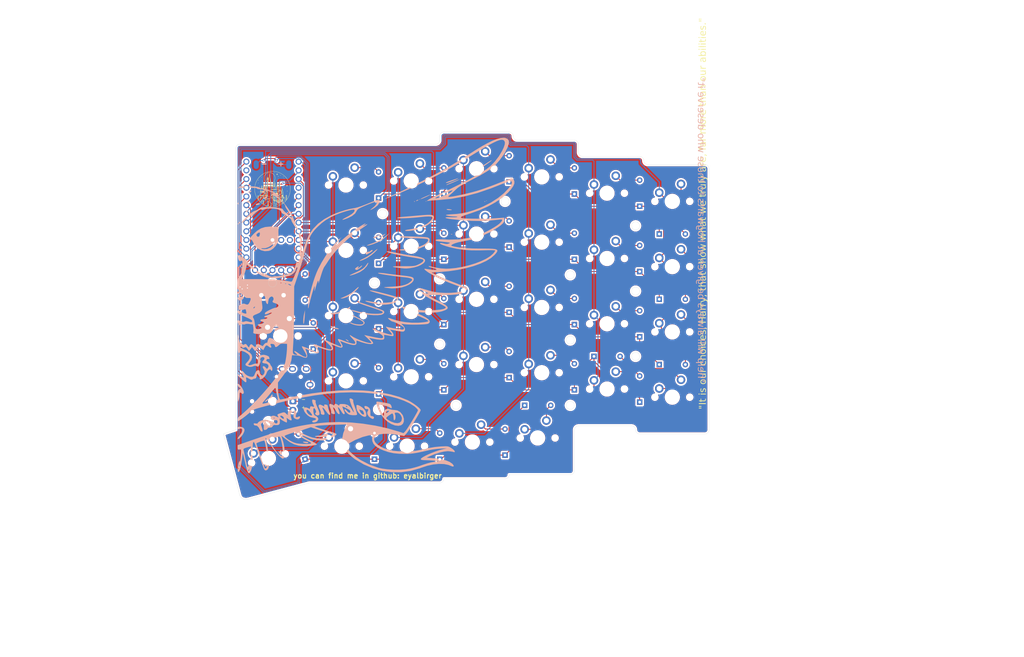
<source format=kicad_pcb>
(kicad_pcb (version 20241229) (generator "pcbnew") (generator_version "9.0")
  (layers (0 "F.Cu" signal) (2 "B.Cu" signal) (13 "F.Paste" user) (15 "B.Paste" user) (5 "F.SilkS" user "F.Silkscreen") (7 "B.SilkS" user "B.Silkscreen") (1 "F.Mask" user) (3 "B.Mask" user) (25 "Edge.Cuts" user))
  (net 0 "")
  (net 1 "column 0.")
  (net 2 "Net-(D7-A)")
  (net 3 "Net-(D8-A)")
  (net 4 "row 0")
  (net 5 "row 1")
  (net 6 "row 2")
  (net 7 "Net-(D10-A)")
  (net 8 "Net-(D9-A)")
  (net 9 "Net-(D13-A)")
  (net 10 "Net-(D11-A)")
  (net 11 "Net-(D27-A)")
  (net 12 "column 5")
  (net 13 "row 4")
  (net 14 "column 4")
  (net 15 "row 3")
  (net 16 "Net-(D24-A)")
  (net 17 "Net-(D19-A)")
  (net 18 "Net-(D12-A)")
  (net 19 "column 0")
  (net 20 "Net-(D1-A)")
  (net 21 "column 3")
  (net 22 "Net-(D4-A)")
  (net 23 "Net-(D21-A)")
  (net 24 "Net-(D18-A)")
  (net 25 "Net-(D2-A)")
  (net 26 "Net-(D22-A)")
  (net 27 "Net-(D23-A)")
  (net 28 "Net-(D6-A)")
  (net 29 "Net-(D20-A)")
  (net 30 "Net-(D29-A)")
  (net 31 "Net-(D3-A)")
  (net 32 "Net-(D26-A)")
  (net 33 "Net-(D5-A)")
  (net 34 "Net-(D25-A)")
  (net 35 "Net-(D15-A)")
  (net 36 "Net-(D14-A)")
  (net 37 "Net-(D16-A)")
  (net 38 "Net-(D17-A)")
  (net 39 "Net-(D28-A)")
  (net 40 "vcc")
  (net 41 "cs")
  (net 42 "mosi")
  (net 43 "gnd")
  (net 44 "+")
  (net 45 "column 2")
  (net 46 "column 1")
  (net 47 "b+")
  (net 48 "19")
  (net 49 "rst")
  (net 50 "20")
  (net 51 "-")
  (net 52 "Net-(D59-A)")
  (net 53 "sck")
  (net 54 "column -1")
  (footprint "ScottoKeebs_MX:MX_PCB_1.00u" (layer "F.Cu") (at 110.475 84.95625)
    (property "Reference" "S7" (hide yes))
    (property "Value" "Keyswitch" (hide yes))
  )
  (footprint "ScottoKeebs_MX:MX_PCB_1.00u" (layer "F.Cu") (at 205.725 89.71875)
    (property "Reference" "S12" (hide yes))
    (property "Value" "Keyswitch" (hide yes))
  )
  (footprint "ScottoKeebs_MX:MX_PCB_1.00u" (layer "F.Cu") (at 205.725 70.66875)
    (property "Reference" "S6" (hide yes))
    (property "Value" "Keyswitch" (hide yes))
  )
  (footprint "ScottoKeebs_Components:Button_MJTP1243" (layer "F.Cu") (at 85.79375 98.053125)
    (property "Reference" "SW2" (hide yes))
    (property "Value" "Switch")
  )
  (footprint "ScottoKeebs_MX:MX_PCB_1.00u" (layer "F.Cu") (at 205.725 127.81875)
    (property "Reference" "S24" (hide yes))
    (property "Value" "Keyswitch" (hide yes))
  )
  (footprint "ScottoKeebs_MX:MX_PCB_1.00u" (layer "F.Cu") (at 167.625 120.675)
    (property "Reference" "S22" (hide yes))
    (property "Value" "Keyswitch" (hide yes))
  )
  (footprint "logoo:hogwarts" (layer "F.Cu") (at 89.04375 67.096875)
    (property "Reference" "G***" (hide yes))
    (property "Value" "LOGO" (hide yes))
  )
  (footprint "ScottoKeebs_MX:MX_PCB_1.00u" (layer "F.Cu") (at 167.625 82.575)
    (property "Reference" "S10" (hide yes))
    (property "Value" "Keyswitch" (hide yes))
  )
  (footprint "ScottoKeebs_MX:MX_PCB_1.00u" (layer "F.Cu") (at 148.575 118.29375)
    (property "Reference" "S21" (hide yes))
    (property "Value" "Keyswitch" (hide yes))
  )
  (footprint "Resistor_THT:R_Axial_DIN0207_L6.3mm_D2.5mm_P7.62mm_Horizontal" (layer "F.Cu") (at 98.56875 99.481875 90)
    (property "Reference" "R1" (hide yes))
    (property "Value" "Resistor")
  )
  (footprint "ScottoKeebs_MX:MX_PCB_1.00u" (layer "F.Cu") (at 166.434375 139.725)
    (property "Reference" "S26" (hide yes))
    (property "Value" "Keyswitch" (hide yes))
  )
  (footprint "nice view:nice_view" (layer "F.Cu") (at 89.04375 74.240625)
    (property "Reference" "Display1")
    (property "Value" "nice!view" (hide yes))
  )
  (footprint "ScottoKeebs_MX:MX_PCB_1.00u" (layer "F.Cu") (at 129.525 83.765625)
    (property "Reference" "S8" (hide yes))
    (property "Value" "Keyswitch" (hide yes))
  )
  (footprint "ScottoKeebs_MX:MX_PCB_1.00u" (layer "F.Cu") (at 186.675 106.3875)
    (property "Reference" "S17" (hide yes))
    (property "Value" "Keyswitch" (hide yes))
  )
  (footprint "ScottoKeebs_Components:TRRS_PJ-320A" (layer "F.Cu") (at 88.69375 121.865625 90)
    (property "Reference" "U3")
    (property "Value" "TRRS")
  )
  (footprint "ScottoKeebs_MX:MX_PCB_1.00u" (layer "F.Cu") (at 87.853125 145.678125 15)
    (property "Reference" "S29" (hide yes))
    (property "Value" "Keyswitch")
  )
  (footprint "ScottoKeebs_MX:MX_PCB_1.00u" (layer "F.Cu") (at 186.675 68.2875)
    (property "Reference" "S5" (hide yes))
    (property "Value" "Keyswitch" (hide yes))
  )
  (footprint "ScottoKeebs_MX:MX_PCB_1.00u" (layer "F.Cu") (at 186.675 125.4375)
    (property "Reference" "S23" (hide yes))
    (property "Value" "Keyswitch" (hide yes))
  )
  (footprint "ScottoKeebs_MX:MX_PCB_1.00u" (layer "F.Cu") (at 129.525 121.865625)
    (property "Reference" "S20" (hide yes))
    (property "Value" "Keyswitch" (hide yes))
  )
  (footprint "ScottoKeebs_MX:MX_PCB_1.00u" (layer "F.Cu") (at 129.525 64.715625)
    (property "Reference" "S2" (hide yes))
    (property "Value" "Keyswitch" (hide yes))
  )
  (footprint "ScottoKeebs_MX:MX_PCB_1.00u" (layer "F.Cu") (at 110.475 123.05625)
    (property "Reference" "S19" (hide yes))
    (property "Value" "Keyswitch" (hide yes))
  )
  (footprint "ScottoKeebs_MX:MX_PCB_1.00u" (layer "F.Cu") (at 148.575 80.19375)
    (property "Reference" "S9" (hide yes))
    (property "Value" "Keyswitch" (hide yes))
  )
  (footprint "ScottoKeebs_MCU:Nice_Nano_V2_Flipped" (layer "F.Cu") (at 89.04375 73.05)
    (property "Reference" "U2" (hide yes))
    (property "Value" "Nice_Nano_V2" (hide yes))
  )
  (footprint "ScottoKeebs_MX:MX_PCB_1.00u" (layer "F.Cu") (at 147.384375 140.915625)
    (property "Reference" "S27" (hide yes))
    (property "Value" "Keyswitch" (hide yes))
  )
  (footprint "ScottoKeebs_MX:MX_PCB_1.00u" (layer "F.Cu") (at 205.725 108.76875)
    (property "Reference" "S18" (hide yes))
    (property "Value" "Keyswitch" (hide yes))
  )
  (footprint "ScottoKeebs_MX:MX_PCB_1.00u" (layer "F.Cu") (at 110.475 65.90625)
    (property "Reference" "S1" (hide yes))
    (property "Value" "Keyswitch" (hide yes))
  )
  (footprint "ScottoKeebs_MX:MX_PCB_1.00u" (layer "F.Cu") (at 148.575 99.24375)
    (property "Reference" "S15" (hide yes))
    (property "Value" "Keyswitch" (hide yes))
  )
  (footprint "ScottoKeebs_MX:MX_PCB_1.00u" (layer "F.Cu") (at 91.425 109.959375)
    (property "Reference" "S25" (hide yes))
    (property "Value" "Keyswitch" (hide yes))
  )
  (footprint "ScottoKeebs_Components:Switch_MSK12C02" (layer "F.Cu") (at 83.090625 130.509375 90)
    (property "Reference" "SW1" (hide yes))
    (property "Value" "Switch")
  )
  (footprint "MountingHole:MountingHole_2.2mm_M2" (layer "F.Cu") (at 89.04375 129.009375)
    (property "Reference" "H6" (hide yes))
    (property "Value" "MountingHole")
  )
  (footprint "ScottoKeebs_MX:MX_PCB_1.00u" (layer "F.Cu") (at 129.525 102.815625)
    (property "Reference" "S14" (hide yes))
    (property "Value" "Keyswitch" (hide yes))
  )
  (footprint "ScottoKeebs_MX:MX_PCB_1.00u" (layer "F.Cu") (at 167.625 63.525)
    (property "Reference" "S4" (hide yes))
    (property "Value" "Keyswitch" (hide yes))
  )
  (footprint "ScottoKeebs_MX:MX_PCB_1.00u" (layer "F.Cu") (at 167.625 101.625)
    (property "Reference" "S16" (hide yes))
    (property "Value" "Keyswitch" (hide yes))
  )
  (footprint "ScottoKeebs_MX:MX_PCB_1.00u" (layer "F.Cu") (at 128.334375 142.10625)
    (property "Reference" "S28" (hide yes))
    (property "Value" "Keyswitch" (hide yes))
  )
  (footprint "ScottoKeebs_MX:MX_PCB_1.00u" (layer "F.Cu") (at 148.575 61.14375)
    (property "Reference" "S3" (hide yes))
    (property "Value" "Keyswitch" (hide yes))
  )
  (footprint "logoo:hedwig leftttt" (layer "F.Cu") (at 116.428125 99.24375)
    (property "Reference" "G***" (hide yes))
    (property "Value" "LOGO" (hide yes))
  )
  (footprint "ScottoKeebs_MX:MX_PCB_1.00u" (layer "F.Cu") (at 186.675 87.3375)
    (property "Reference" "S11" (hide yes))
    (property "Value" "Keyswitch" (hide yes))
  )
  (footprint "ScottoKeebs_MX:MX_PCB_1.00u" (layer "F.Cu") (at 110.475 104.00625)
    (property "Reference" "S13" (hide yes))
    (property "Value" "Keyswitch" (hide yes))
  )
  (footprint "ScottoKeebs_MX:MX_PCB_1.00u" (layer "F.Cu") (at 109.284375 142.10625)
    (property "Reference" "S59" (hide yes))
    (property "Value" "Keyswitch" (hide yes))
  )
  (footprint "logoo:the deathly hallows symbol" (layer "F.Cu") (at 200.36505 134.3657)
    (property "Reference" "G***")
    (property "Value" "LOGO" (hide yes))
  )
  (footprint "ScottoKeebs_Components:Diode_DO-35" (layer "B.Cu") (at 156.909375 144.725625 90)
    (property "Reference" "D27" (hide yes))
    (property "Value" "Diode" (hide yes))
  )
  (footprint "ScottoKeebs_Components:Diode_DO-35" (layer "B.Cu") (at 120 107.81625 90)
    (property "Reference" "D13" (hide yes))
    (property "Value" "Diode" (hide yes))
  )
  (footprint "ScottoKeebs_Components:Diode_DO-35" (layer "B.Cu") (at 118.809375 145.91625 90)
    (property "Reference" "D59" (hide yes))
    (property "Value" "Diode" (hide yes))
  )
  (footprint "ScottoKeebs_Components:Diode_DO-35" (layer "B.Cu") (at 177.15 87.575625 90)
    (property "Reference" "D10" (hide yes))
    (property "Value" "Diode" (hide yes))
  )
  (footprint "ScottoKeebs_Components:Diode_DO-35" (layer "B.Cu") (at 196.2 72.0975 90)
    (property "Reference" "D5" (hide yes))
    (property "Value" "Diode" (hide yes))
  )
  (footprint "ScottoKeebs_Components:Diode_DO-35" (layer "B.Cu") (at 196.2 110.1975 90)
    (property "Reference" "D17" (hide yes))
    (property "Value" "Diode" (hide yes))
  )
  (footprint "ScottoKeebs_Components:Diode_DO-35" (layer "B.Cu") (at 201.915 80.19375)
    (property "Reference" "D6" (hide yes))
    (property "Value" "Diode" (hide yes))
  )
  (footprint "ScottoKeebs_Components:Diode_DO-35" (layer "B.Cu") (at 158.1 84.00375 90)
    (property "Reference" "D9" (hide yes))
    (property "Value" "Diode" (hide yes))
  )
  (footprint "ScottoKeebs_Components:Diode_DO-35" (layer "B.Cu") (at 120 88.76625 90)
    (property "Reference" "D7" (hide yes))
    (property "Value" "Diode" (hide yes))
  )
  (footprint "ScottoKeebs_Components:Diode_DO-35" (layer "B.Cu") (at 139.05 68.525625 90)
    (property "Reference" "D2" (hide yes))
    (property "Value" "Diode" (hide yes))
  )
  (footprint "ScottoKeebs_Components:Diode_DO-35" (layer "B.Cu") (at 137.859375 145.91625 90)
    (property "Reference" "D28" (hide yes))
    (property "Value" "Diode" (hide yes))
  )
  (footprint "ScottoKeebs_Components:Diode_DO-35" (layer "B.Cu") (at 98.56875 145.91625 105)
    (property "Reference" "D29" (hide yes))
    (property "Value" "Diode" (hide yes))
  )
  (footprint "ScottoKeebs_Components:Diode_DO-35" (layer "B.Cu") (at 158.1 103.05375 90)
    (property "Reference" "D15" (hide yes))
    (property "Value" "Diode" (hide yes))
  )
  (footprint "ScottoKeebs_Components:Diode_DO-35" (layer "B.Cu") (at 182.865 115.9125)
    (property "Reference" "D24" (hide yes))
    (property "Value" "Diode" (hide yes))
  )
  (footprint "ScottoKeebs_Components:Diode_DO-35" (layer "B.Cu") (at 120 126.86625 90)
    (property "Reference" "D19" (hide yes))
    (property "Value" "Diode" (hide yes))
  )
  (footprint "ScottoKeebs_Components:Diode_DO-35" (layer "B.Cu") (at 177.15 106.625625 90)
    (property "Reference" "D16" (hide yes))
    (property "Value" "Diode" (hide yes))
  )
  (footprint "ScottoKeebs_Components:Diode_DO-35" (layer "B.Cu") (at 162.624375 130.2)
    (property "Reference" "D26" (hide yes))
    (property "Value" "Diode" (hide yes))
  )
  (footprint "ScottoKeebs_Components:Diode_DO-35" (layer "B.Cu") (at 120 69.71625 90)
    (property "Reference" "D1" (hide yes))
    (property "Value" "Diode" (hide yes))
  )
  (footprint "ScottoKeebs_Components:Diode_DO-35" (layer "B.Cu") (at 177.15 68.525625 90)
    (property "Reference" "D4" (hide yes))
    (property "Value" "Diode" (hide yes))
  )
  (footprint "ScottoKeebs_Components:Diode_DO-35" (layer "B.Cu") (at 100.95 113.769375 90)
    (property "Reference" "D25" (hide yes))
    (property "Value" "Diode" (hide yes))
  )
  (footprint "ScottoKeebs_Components:Diode_DO-35" (layer "B.Cu") (at 196.2 129.2475 90)
    (property "Reference" "D23" (hide yes))
    (property "Value" "Diode" (hide yes))
  )
  (footprint "ScottoKeebs_Components:Diode_DO-35" (layer "B.Cu") (at 196.2 91.1475 90)
    (property "Reference" "D11" (hide yes))
    (property "Value" "Diode" (hide yes))
  )
  (footprint "ScottoKeebs_Components:Diode_DO-35" (layer "B.Cu") (at 158.1 122.10375 90)
    (property "Reference" "D21" (hide yes))
    (property "Value" "Diode" (hide yes))
  )
  (footprint "Connector_JST:JST_XH_B2B-XH-AM_1x02_P2.50mm_Vertical" (layer "B.Cu") (at 94.996875 129.009375 -90)
    (property "Reference" "J1" (hide yes))
    (property "Value" "Conn_01x02_Socket")
  )
  (footprint "ScottoKeebs_Components:Diode_DO-35" (layer "B.Cu") (at 201.915 118.29375)
    (property "Reference" "D18" (hide yes))
    (property "Value" "Diode" (hide yes))
  )
  (footprint "ScottoKeebs_Components:Diode_DO-35" (layer "B.Cu") (at 158.1 64.95375 90)
    (property "Reference" "D3" (hide yes))
    (property "Value" "Diode" (hide yes))
  )
  (footprint "ScottoKeebs_Components:Diode_DO-35" (layer "B.Cu") (at 177.15 125.675625 90)
    (property "Reference" "D22" (hide yes))
    (property "Value" "Diode" (hide yes))
  )
  (footprint "ScottoKeebs_Components:Diode_DO-35" (layer "B.Cu") (at 201.915 99.24375)
    (property "Reference" "D12" (hide yes))
    (property "Value" "Diode" (hide yes))
  )
  (footprint "ScottoKeebs_Components:Diode_DO-35" (layer "B.Cu") (at 139.05 106.625625 90)
    (property "Reference" "D14" (hide yes))
    (property "Value" "Diode" (hide yes))
  )
  (footprint "custom:pad - oval2.5x1.5" (layer "B.Cu") (at 84.28155 59.9532 -90)
    (property "Reference" "D62" (hide yes))
    (property "Value" "LED")
  )
  (footprint "custom:pad - oval2.5x1.5" (layer "B.Cu") (at 93.80635 59.9532 -90)
    (property "Reference" "D61" (hide yes))
    (property "Value" "LED")
  )
  (footprint "ScottoKeebs_Components:Diode_DO-35" (layer "B.Cu") (at 139.05 87.575625 90)
    (property "Reference" "D8" (hide yes))
    (property "Value" "Diode" (hide yes))
  )
  (footprint "ScottoKeebs_Components:Diode_DO-35" (layer "B.Cu") (at 139.05 125.675625 90)
    (property "Reference" "D20" (hide yes))
    (property "Value" "Diode" (hide yes))
  )
  (gr_line (start 177.15 149.25) (end 177.15 137.34375) (stroke (width 0.05)) (layer "Edge.Cuts"))
  (gr_arc (start 158.1 50.428125) (mid 158.941917 50.776848) (end 159.290625 51.61875) (stroke (width 0.05)) (layer "Edge.Cuts"))
  (gr_arc (start 78.328125 55.190625) (mid 78.676839 54.348692) (end 79.51875 54) (stroke (width 0.05)) (layer "Edge.Cuts"))
  (gr_arc (start 158.1 150.440625) (mid 157.751264 151.282499) (end 156.909375 151.63125) (stroke (width 0.05)) (layer "Edge.Cuts"))
  (gr_arc (start 196.2 57.571825) (mid 197.041934 57.920566) (end 197.390625 58.7625) (stroke (width 0.05)) (layer "Edge.Cuts"))
  (gr_circle (center 121.190625 74.240625) (end 121.190625 73.05) (stroke (width 0.05)) (fill no) (layer "Edge.Cuts"))
  (gr_arc (start 139.05 151.63125) (mid 138.701255 152.473108) (end 137.859375 152.821875) (stroke (width 0.05)) (layer "Edge.Cuts"))
  (gr_line (start 216.4419 128.412775) (end 216.4419 131.389275) (stroke (width 0.05)) (layer "Edge.Cuts"))
  (gr_circle (center 87.853125 134.9625) (end 87.853125 133.771875) (stroke (width 0.05)) (fill no) (layer "Edge.Cuts"))
  (gr_arc (start 215.25 59.953125) (mid 216.091917 60.301848) (end 216.440625 61.14375) (stroke (width 0.05)) (layer "Edge.Cuts"))
  (gr_arc (start 216.440625 137.34375) (mid 216.091881 138.185617) (end 215.25 138.534375) (stroke (width 0.05)) (layer "Edge.Cuts"))
  (gr_circle (center 142.621875 130.2) (end 142.621875 129.009375) (stroke (width 0.05)) (fill no) (layer "Edge.Cuts"))
  (gr_line (start 78.328125 55.190625) (end 78.328125 137.34375) (stroke (width 0.05)) (layer "Edge.Cuts"))
  (gr_arc (start 198.58125 59.953125) (mid 197.739383 59.604381) (end 197.390625 58.7625) (stroke (width 0.05)) (layer "Edge.Cuts"))
  (gr_circle (center 175.959375 92.1) (end 175.959375 90.909375) (stroke (width 0.05)) (fill no) (layer "Edge.Cuts"))
  (gr_curve (pts (xy 79.51875 156.39375) (xy 79.994909 158.085317) (xy 81.9 157.584375) (xy 81.9 157.584375)) (stroke (width 0.05)) (layer "Edge.Cuts"))
  (gr_arc (start 179.53125 57.571825) (mid 178.689372 57.223128) (end 178.340675 56.38125) (stroke (width 0.05)) (layer "Edge.Cuts"))
  (gr_circle (center 195.009375 115.9125) (end 195.009375 114.721875) (stroke (width 0.05)) (fill no) (layer "Edge.Cuts"))
  (gr_circle (center 118.809375 94.48125) (end 118.809375 93.290625) (stroke (width 0.05)) (fill no) (layer "Edge.Cuts"))
  (gr_line (start 216.4419 112.339675) (end 216.4419 128.412775) (stroke (width 0.05)) (layer "Edge.Cuts"))
  (gr_arc (start 137.859375 52.809375) (mid 137.510661 53.651308) (end 136.66875 54) (stroke (width 0.05)) (layer "Edge.Cuts"))
  (gr_arc (start 193.81875 136.153125) (mid 194.660634 136.501866) (end 195.009375 137.34375) (stroke (width 0.05)) (layer "Edge.Cuts"))
  (gr_line (start 216.4419 65.906275) (end 216.4419 68.882775) (stroke (width 0.05)) (layer "Edge.Cuts"))
  (gr_line (start 177.15 52.809375) (end 160.48125 52.809375) (stroke (width 0.05)) (layer "Edge.Cuts"))
  (gr_line (start 196.2 138.534375) (end 215.25 138.534375) (stroke (width 0.05)) (layer "Edge.Cuts"))
  (gr_line (start 216.44065 91.504175) (end 216.44065 94.480675) (stroke (width 0.05)) (layer "Edge.Cuts"))
  (gr_line (start 178.348315 136.153125) (end 193.81875 136.153125) (stroke (width 0.05)) (layer "Edge.Cuts"))
  (gr_arc (start 177.15 52.809375) (mid 177.991899 53.158101) (end 178.340625 54) (stroke (width 0.05)) (layer "Edge.Cuts"))
  (gr_line (start 196.2 57.571825) (end 179.53125 57.571825) (stroke (width 0.05)) (layer "Edge.Cuts"))
  (gr_line (start 81.9 157.584375) (end 99.759375 152.821875) (stroke (width 0.05)) (layer "Edge.Cuts"))
  (gr_line (start 74.75625 138.534375) (end 78.328125 137.34375) (stroke (width 0.05)) (layer "Edge.Cuts"))
  (gr_circle (center 195.009375 96.8625) (end 195.009375 95.671875) (stroke (width 0.05)) (fill no) (layer "Edge.Cuts"))
  (gr_circle (center 175.959375 130.2) (end 175.959375 129.009375) (stroke (width 0.05)) (fill no) (layer "Edge.Cuts"))
  (gr_arc (start 160.48125 52.809375) (mid 159.639366 52.460634) (end 159.290625 51.61875) (stroke (width 0.05)) (layer "Edge.Cuts"))
  (gr_line (start 216.440625 61.15149) (end 216.4419 65.906275) (stroke (width 0.05)) (layer "Edge.Cuts"))
  (gr_arc (start 196.2 138.534375) (mid 195.358083 138.185652) (end 195.009375 137.34375) (stroke (width 0.05)) (layer "Edge.Cuts"))
  (gr_circle (center 137.859375 93.290625) (end 137.859375 92.1) (stroke (width 0.05)) (fill no) (layer "Edge.Cuts"))
  (gr_line (start 120 54) (end 79.51875 54) (stroke (width 0.05)) (layer "Edge.Cuts"))
  (gr_line (start 136.66875 53.999974) (end 120 54) (stroke (width 0.05)) (layer "Edge.Cuts"))
  (gr_circle (center 89.0477 94.4807) (end 89.0477 93.290075) (stroke (width 0.05)) (fill no) (layer "Edge.Cuts"))
  (gr_line (start 99.759375 152.821875) (end 137.859375 152.821875) (stroke (width 0.05)) (layer "Edge.Cuts"))
  (gr_line (start 158.1 50.428125) (end 139.05 50.428175) (stroke (width 0.05)) (layer "Edge.Cuts"))
  (gr_line (start 158.099999 150.440625) (end 175.959375 150.440625) (stroke (width 0.05)) (layer "Edge.Cuts"))
  (gr_line (start 216.4419 109.363175) (end 216.4419 112.339675) (stroke (width 0.05)) (layer "Edge.Cuts"))
  (gr_circle (center 195.009375 77.8125) (end 195.009375 76.621875) (stroke (width 0.05)) (fill no) (layer "Edge.Cuts"))
  (gr_line (start 178.340675 56.3812) (end 178.340625 54) (stroke (width 0.05)) (layer "Edge.Cuts"))
  (gr_arc (start 177.15 149.25) (mid 176.801272 150.09189) (end 175.959375 150.440625) (stroke (width 0.05)) (layer "Edge.Cuts"))
  (gr_line (start 216.4419 68.882775) (end 216.44065 91.504175) (stroke (width 0.05)) (layer "Edge.Cuts"))
  (gr_circle (center 156.909375 70.66875) (end 156.909375 69.478125) (stroke (width 0.05)) (fill no) (layer "Edge.Cuts"))
  (gr_line (start 216.44065 94.480675) (end 216.4419 109.363175) (stroke (width 0.05)) (layer "Edge.Cuts"))
  (gr_arc (start 137.859375 51.61875) (mid 138.208119 50.776883) (end 139.05 50.428125) (stroke (width 0.05)) (layer "Edge.Cuts"))
  (gr_circle (center 175.959375 111.15) (end 175.959375 109.959375) (stroke (width 0.05)) (fill no) (layer "Edge.Cuts"))
  (gr_circle (center 120 131.390625) (end 120 130.2) (stroke (width 0.05)) (fill no) (layer "Edge.Cuts"))
  (gr_circle (center 137.859375 112.340625) (end 137.859375 111.15) (stroke (width 0.05)) (fill no) (layer "Edge.Cuts"))
  (gr_arc (start 177.15 137.34375) (mid 177.498745 136.501892) (end 178.340625 136.153125) (stroke (width 0.05)) (layer "Edge.Cuts"))
  (gr_line (start 216.4419 131.389275) (end 216.440625 137.34375) (stroke (width 0.05)) (layer "Edge.Cuts"))
  (gr_line (start 139.05 151.63125) (end 156.909375 151.63125) (stroke (width 0.05)) (layer "Edge.Cuts"))
  (gr_line (start 137.859375 51.61875) (end 137.859375 52.809375) (stroke (width 0.05)) (layer "Edge.Cuts"))
  (gr_line (start 74.75625 138.534375) (end 79.51875 156.39375) (stroke (width 0.05)) (layer "Edge.Cuts"))
  (gr_line (start 215.25 59.953125) (end 198.58125 59.953125) (stroke (width 0.05)) (layer "Edge.Cuts"))
  (gr_text "+" (at 97.378125 131.390625 0) (layer "F.SilkS") (effects (font (size 1 1)) (justify left bottom)))
  (gr_text "{dblquote}It is our choices, Harry, that show what we truly are, far more than our abilities.{dblquote}\n" (at 215.84285 131.389275 90) (layer "F.SilkS") (effects (font (size 2 2)) (justify left bottom)))
  (gr_text "-" (at 97.378125 129.009375 0) (layer "F.SilkS") (effects (font (size 1 1)) (justify left bottom)))
  (gr_text "you can find me in github: eyalbirger" (at 94.996875 151.63125 0) (layer "F.SilkS") (effects (font (size 1.5 1.5) (thickness 0.3) (bold yes)) (justify left bottom)))
  (gr_text "+\n" (at 92.61575 60.5485 0) (layer "B.SilkS") (effects (font (size 1.5 1.5) (thickness 0.3) (bold yes)) (justify right bottom)))
  (gr_text "-\n" (at 85.47215 60.5485 0) (layer "B.SilkS") (effects (font (size 1.5 1.5) (thickness 0.3) (bold yes)) (justify right bottom mirror)))
  (gr_text "{dblquote}help will always be given at hogwarts to those who deserve it{dblquote}" (at 212.8701 123.650375 270) (layer "B.SilkS") (effects (font (size 2 2)) (justify left bottom mirror)))
  (segment (start 113.015 79.87625) (end 114.285 81.14625) (width 0.25) (layer "F.Cu") (net 2))
  (segment (start 114.285 81.14625) (end 120 81.14625) (width 0.25) (layer "F.Cu") (net 2))
  (segment (start 132.065 78.685625) (end 137.78 78.685625) (width 0.25) (layer "F.Cu") (net 3))
  (segment (start 137.78 78.685625) (end 139.05 79.955625) (width 0.25) (layer "F.Cu") (net 3))
  (segment (start 162.204569 64.95375) (end 158.1 64.95375) (width 0.25) (layer "F.Cu") (net 4))
  (segment (start 201.915 80.19375) (end 201.915 76.54105) (width 0.25) (layer "F.Cu") (net 4))
  (segment (start 177.15 68.525625) (end 165.776444 68.525625) (width 0.25) (layer "F.Cu") (net 4))
  (segment (start 121.190625 68.525625) (end 120 69.71625) (width 0.25) (layer "F.Cu") (net 4))
  (segment (start 139.05 68.525625) (end 121.190625 68.525625) (width 0.25) (layer "F.Cu") (net 4))
  (segment (start 141.7444 64.95375) (end 139.05 67.64815) (width 0.25) (layer "F.Cu") (net 4))
  (segment (start 158.1 64.95375) (end 141.7444 64.95375) (width 0.25) (layer "F.Cu") (net 4))
  (segment (start 139.05 67.64815) (end 139.05 68.525625) (width 0.25) (layer "F.Cu") (net 4))
  (segment (start 177.15 68.525625) (end 180.721875 72.0975) (width 0.25) (layer "F.Cu") (net 4))
  (segment (start 180.721875 72.0975) (end 196.2 72.0975) (width 0.25) (layer "F.Cu") (net 4))
  (segment (start 165.776444 68.525625) (end 162.204569 64.95375) (width 0.25) (layer "F.Cu") (net 4))
  (segment (start 201.915 76.54105) (end 197.47145 72.0975) (width 0.25) (layer "F.Cu") (net 4))
  (segment (start 197.47145 72.0975) (end 196.2 72.0975) (width 0.25) (layer "F.Cu") (net 4))
  (segment (start 122.53605 67.1802) (end 122.53605 57.79991) (width 0.25) (layer "B.Cu") (net 4))
  (segment (start 122.53605 57.79991) (end 121.65324 56.9171) (width 0.25) (layer "B.Cu") (net 4))
  (segment (start 120 69.71625) (end 122.53605 67.1802) (width 0.25) (layer "B.Cu") (net 4))
  (segment (start 121.65324 56.9171) (end 88.73205 56.9171) (width 0.25) (layer "B.Cu") (net 4))
  (segment (start 88.53605 57.1131) (end 88.53605 72.2877) (width 0.25) (layer "B.Cu") (net 4))
  (segment (start 88.53605 72.2877) (end 81.42375 79.4) (width 0.25) (layer "B.Cu") (net 4))
  (segment (start 88.73205 56.9171) (end 88.53605 57.1131) (width 0.25) (layer "B.Cu") (net 4))
  (segment (start 158.1 84.00375) (end 161.671875 87.575625) (width 0.25) (layer "F.Cu") (net 5))
  (segment (start 121.190625 87.575625) (end 120 88.76625) (width 0.25) (layer "F.Cu") (net 5))
  (segment (start 139.05 87.575625) (end 121.190625 87.575625) (width 0.25) (layer "F.Cu") (net 5))
  (segment (start 177.15 87.575625) (end 180.721875 91.1475) (width 0.25) (layer "F.Cu") (net 5))
  (segment (start 139.949575 87.575625) (end 143.52145 84.00375) (width 0.25) (layer "F.Cu") (net 5))
  (segment (start 139.05 87.575625) (end 139.949575 87.575625) (width 0.25) (layer "F.Cu") (net 5))
  (segment (start 143.52145 84.00375) (end 158.1 84.00375) (width 0.25) (layer "F.Cu") (net 5))
  (segment (start 201.915 96.8625) (end 196.2 91.1475) (width 0.25) (layer "F.Cu") (net 5))
  (segment (start 201.915 99.24375) (end 201.915 96.8625) (width 0.25) (layer "F.Cu") (net 5))
  (segment (start 180.721875 91.1475) (end 196.2 91.1475) (width 0.25) (layer "F.Cu") (net 5))
  (segment (start 161.671875 87.575625) (end 177.15 87.575625) (width 0.25) (layer "F.Cu") (net 5))
  (segment (start 87.53605 57.47529) (end 88.54524 56.4661) (width 0.25) (layer "B.Cu") (net 5))
  (segment (start 87.53605 70.7477) (end 87.53605 57.47529) (width 0.25) (layer "B.Cu") (net 5))
  (segment (start 123.03605 57.6621) (end 123.03605 85.7302) (width 0.25) (layer "B.Cu") (net 5))
  (segment (start 123.03605 85.7302) (end 120 88.76625) (width 0.25) (layer "B.Cu") (net 5))
  (segment (start 88.54524 56.4661) (end 121.84005 56.4661) (width 0.25) (layer "B.Cu") (net 5))
  (segment (start 81.42375 76.86) (end 87.53605 70.7477) (width 0.25) (layer "B.Cu") (net 5))
  (segment (start 121.84005 56.4661) (end 123.03605 57.6621) (width 0.25) (layer "B.Cu") (net 5))
  (segment (start 138.572525 106.625625) (end 137.3819 107.81625) (width 0.25) (layer "F.Cu") (net 6))
  (segment (start 106.903125 107.81625) (end 100.95 113.769375) (width 0.25) (layer "F.Cu") (net 6))
  (segment (start 161.671875 106.625625) (end 158.1 103.05375) (width 0.25) (layer "F.Cu") (net 6))
  (segment (start 137.3819 107.81625) (end 120 107.81625) (width 0.25) (layer "F.Cu") (net 6))
  (segment (start 120 107.81625) (end 106.903125 107.81625) (width 0.25) (layer "F.Cu") (net 6))
  (segment (start 177.15 106.625625) (end 180.721875 110.1975) (width 0.25) (layer "F.Cu") (net 6))
  (segment (start 180.721875 110.1975) (end 196.2 110.1975) (width 0.25) (layer "F.Cu") (net 6))
  (segment (start 158.1 103.05375) (end 142.621875 103.05375) (width 0.25) (layer "F.Cu") (net 6))
  (segment (start 201.915 118.29375) (end 196.2 112.57875) (width 0.25) (layer "F.Cu") (net 6))
  (segment (start 142.621875 103.05375) (end 139.05 106.625625) (width 0.25) (layer "F.Cu") (net 6))
  (segment (start 139.05 106.625625) (end 138.572525 106.625625) (width 0.25) (layer "F.Cu") (net 6))
  (segment (start 177.15 106.625625) (end 161.671875 106.625625) (width 0.25) (layer "F.Cu") (net 6))
  (segment (start 196.2 112.57875) (end 196.2 110.1975) (width 0.25) (layer "F.Cu") (net 6))
  (segment (start 135.54945 56.0151) (end 136.04275 56.5084) (width 0.25) (layer "B.Cu") (net 6))
  (segment (start 136.04275 103.618375) (end 139.05 106.625625) (width 0.25) (layer "B.Cu") (net 6))
  (segment (start 87.03605 68.1621) (end 87.03605 56.0151) (width 0.25) (layer "B.Cu") (net 6))
  (segment (start 136.04275 56.5084) (end 136.04275 103.618375) (width 0.25) (layer "B.Cu") (net 6))
  (segment (start 87.03605 56.0151) (end 135.54945 56.0151) (width 0.25) (layer "B.Cu") (net 6))
  (segment (start 81.42375 74.32) (end 81.42375 73.7744) (width 0.25) (layer "B.Cu") (net 6))
  (segment (start 81.42375 73.7744) (end 87.03605 68.1621) (width 0.25) (layer "B.Cu") (net 6))
  (segment (start 172.625625 79.955625) (end 170.165 77.495) (width 0.25) (layer "F.Cu") (net 7))
  (segment (start 177.15 79.955625) (end 172.625625 79.955625) (width 0.25) (layer "F.Cu") (net 7))
  (segment (start 156.83 75.11375) (end 158.1 76.38375) (width 0.25) (layer "F.Cu") (net 8))
  (segment (start 151.115 75.11375) (end 156.83 75.11375) (width 0.25) (layer "F.Cu") (net 8))
  (segment (start 120 100.19625) (end 114.285 100.19625) (width 0.25) (layer "F.Cu") (net 9))
  (segment (start 114.285 100.19625) (end 113.015 98.92625) (width 0.25) (layer "F.Cu") (net 9))
  (segment (start 189.215 82.2575) (end 190.485 83.5275) (width 0.25) (layer "F.Cu") (net 10))
  (segment (start 190.485 83.5275) (end 196.2 83.5275) (width 0.25) (layer "F.Cu") (net 10))
  (segment (start 156.909375 137.105625) (end 151.194375 137.105625) (width 0.25) (layer "F.Cu") (net 11))
  (segment (start 151.194375 137.105625) (end 149.924375 135.835625) (width 0.25) (layer "F.Cu") (net 11))
  (segment (start 201.915 125.27875) (end 208.9194 125.27875) (width 0.25) (layer "F.Cu") (net 12))
  (segment (start 201.915 87.17875) (end 203.164999 85.928751) (width 0.25) (layer "F.Cu") (net 12))
  (segment (start 210.53605 121.6621) (end 202.53605 113.6621) (width 0.25) (layer "F.Cu") (net 12))
  (segment (start 202.53605 106.8498) (end 201.915 106.22875) (width 0.25) (layer "F.Cu") (net 12))
  (segment (start 203.349 88.61275) (end 201.915 87.17875) (width 0.25) (layer "F.Cu") (net 12))
  (segment (start 202.53605 113.6621) (end 202.53605 106.8498) (width 0.25) (layer "F.Cu") (net 12))
  (segment (start 203.164999 69.378749) (end 201.915 68.12875) (width 0.25) (layer "F.Cu") (net 12))
  (segment (start 203.349 104.79475) (end 203.349 88.61275) (width 0.25) (layer "F.Cu") (net 12))
  (segment (start 208.9194 125.27875) (end 210.53605 123.6621) (width 0.25) (layer "F.Cu") (net 12))
  (segment (start 203.164999 85.928751) (end 203.164999 69.378749) (width 0.25) (layer "F.Cu") (net 12))
  (segment (start 210.53605 123.6621) (end 210.53605 121.6621) (width 0.25) (layer "F.Cu") (net 12))
  (segment (start 201.915 106.22875) (end 203.349 104.79475) (width 0.25) (layer "F.Cu") (net 12))
  (segment (start 177.244316 53.445729) (end 177.032164 53.435375) (width 0.25) (layer "B.Cu") (net 12))
  (segment (start 79.052636 54.879142) (end 78.96372 55.09384) (width 0.25) (layer "B.Cu") (net 12))
  (segment (start 138.739492 51.154031) (end 138.585281 51.308242) (width 0.25) (layer "B.Cu") (net 12))
  (segment (start 138.485375 53.712775) (end 137.53605 54.6621) (width 0.25) (layer "B.Cu") (net 12))
  (segment (start 140.428121 51.054171) (end 139.166891 51.054172) (width 0.25) (layer "B.Cu") (net 12))
  (segment (start 160.03605 53.443134) (end 159.745709 53.443134) (width 0.25) (layer "B.Cu") (net 12))
  (segment (start 138.485375 51.736605) (end 138.485375 53.712775) (width 0.25) (layer "B.Cu") (net 12))
  (segment (start 78.96372 55.09384) (end 78.954125 55.323472) (width 0.25) (layer "B.Cu") (net 12))
  (segment (start 137.53605 54.6621) (end 79.357925 54.6621) (width 0.25) (layer "B.Cu") (net 12))
  (segment (start 160.03605 53.443134) (end 158.817084 53.443134) (width 0.25) (layer "B.Cu") (net 12))
  (segment (start 158.817084 53.443134) (end 158.53605 53.1621) (width 0.25) (layer "B.Cu") (net 12))
  (segment (start 177.032164 53.435375) (end 177.015165 53.452374) (width 0.25) (layer "B.Cu") (net 12))
  (segment (start 178.071775 58.197825) (end 178.03605 58.1621) (width 0.25) (layer "B.Cu") (net 12))
  (segment (start 138.955677 51.064479) (end 138.739492 51.154031) (width 0.25) (layer "B.Cu") (net 12))
  (segment (start 78.954125 55.323472) (end 78.954125 84.550375) (width 0.25) (layer "B.Cu") (net 12))
  (segment (start 177.53605 57.6621) (end 177.53605 54.1621) (width 0.25) (layer "B.Cu") (net 12))
  (segment (start 158.03605 51.057002) (end 158.019558 51.056312) (width 0.25) (layer "B.Cu") (net 12))
  (segment (start 158.017417 51.054171) (end 140.428121 51.054171) (width 0.25) (layer "B.Cu") (net 12))
  (segment (start 179.782717 58.197825) (end 178.071775 58.197825) (width 0.25) (layer "B.Cu") (net 12))
  (segment (start 138.495729 51.524427) (end 138.485375 51.736605) (width 0.25) (layer "B.Cu") (net 12))
  (segment (start 201.915 65.04105) (end 197.03605 60.1621) (width 0.25) (layer "B.Cu") (net 12))
  (segment (start 158.53605 51.557002) (end 158.03605 51.057002) (width 0.25) (layer "B.Cu") (net 12))
  (segment (start 158.019558 51.056312) (end 158.017417 51.054171) (width 0.25) (layer "B.Cu") (net 12))
  (segment (start 160.711526 53.452374) (end 160.522325 53.443134) (width 0.25) (layer "B.Cu") (net 12))
  (segment (start 78.954125 84.550375) (end 81.42375 87.02) (width 0.25) (layer "B.Cu") (net 12))
  (segment (start 79.357925 54.6621) (end 79.207284 54.724491) (width 0.25) (layer "B.Cu") (net 12))
  (segment (start 160.522325 53.443134) (end 160.03605 53.443134) (width 0.25) (layer "B.Cu") (net 12))
  (segment (start 178.03605 58.1621) (end 177.53605 57.6621) (width 0.25) (layer "B.Cu") (net 12))
  (segment (start 193.03605 58.197825) (end 179.782717 58.197825) (width 0.25) (layer "B.Cu") (net 12))
  (segment (start 197.03605 60.1621) (end 196.484983 59.611033) (width 0.25) (layer "B.Cu") (net 12))
  (segment (start 196.484983 59.611033) (end 196.484983 58.615499) (width 0.25) (layer "B.Cu") (net 12))
  (segment (start 139.166891 51.054172) (end 138.955677 51.064479) (width 0.25) (layer "B.Cu") (net 12))
  (segment (start 177.53605 53.737463) (end 177.244316 53.445729) (width 0.25) (layer "B.Cu") (net 12))
  (segment (start 138.585281 51.308242) (end 138.495729 51.524427) (width 0.25) (layer "B.Cu") (net 12))
  (segment (start 158.53605 53.1621) (end 158.53605 51.557002) (width 0.25) (layer "B.Cu") (net 12))
  (segment (start 196.067309 58.197825) (end 193.03605 58.197825) (width 0.25) (layer "B.Cu") (net 12))
  (segment (start 177.015165 53.452374) (end 160.711526 53.452374) (width 0.25) (layer "B.Cu") (net 12))
  (segment (start 196.484983 58.615499) (end 196.067309 58.197825) (width 0.25) (layer "B.Cu") (net 12))
  (segment (start 177.53605 54.1621) (end 177.53605 53.737463) (width 0.25) (layer "B.Cu") (net 12))
  (segment (start 79.207284 54.724491) (end 79.052636 54.879142) (width 0.25) (layer "B.Cu") (net 12))
  (segment (start 201.915 68.12875) (end 201.915 65.04105) (width 0.25) (layer "B.Cu") (net 12))
  (segment (start 158.035375 143.599625) (end 158.035375 134.789) (width 0.25) (layer "F.Cu") (net 13))
  (segment (start 79.856125 70.807625) (end 79.856125 90.6621) (width 0.25) (layer "F.Cu") (net 13))
  (segment (start 81.42375 69.24) (end 79.856125 70.807625) (width 0.25) (layer "F.Cu") (net 13))
  (segment (start 138.2819 145.91625) (end 139.472525 144.725625) (width 0.25) (layer "F.Cu") (net 13))
  (segment (start 156.909375 144.725625) (end 158.035375 143.599625) (width 0.25) (layer "F.Cu") (net 13))
  (segment (start 98.56875 145.91625) (end 118.809375 145.91625) (width 0.25) (layer "F.Cu") (net 13))
  (segment (start 139.472525 144.725625) (end 156.909375 144.725625) (width 0.25) (layer "F.Cu") (net 13))
  (segment (start 79.856125 94.098291) (end 81.727992 95.970158) (width 0.25) (layer "F.Cu") (net 13))
  (segment (start 118.809375 145.91625) (end 137.859375 145.91625) (width 0.25) (layer "F.Cu") (net 13))
  (segment (start 79.856125 92.1621) (end 79.856125 94.098291) (width 0.25) (layer "F.Cu") (net 13))
  (segment (start 79.856125 90.6621) (end 79.856125 92.1621) (width 0.25) (layer "F.Cu") (net 13))
  (segment (start 137.859375 145.91625) (end 138.2819 145.91625) (width 0.25) (layer "F.Cu") (net 13))
  (segment (start 158.035375 134.789) (end 162.624375 130.2) (width 0.25) (layer "F.Cu") (net 13))
  (via (at 81.727992 95.970158) (size 0.6) (drill 0.3) (layers "F.Cu" "B.Cu") (net 13))
  (segment (start 78.954125 148.080175) (end 86.53605 155.6621) (width 0.25) (layer "B.Cu") (net 13))
  (segment (start 86.53605 155.6621) (end 86.678997 155.6621) (width 0.25) (layer "B.Cu") (net 13))
  (segment (start 86.678997 155.6621) (end 96.970852 152.917606) (width 0.25) (layer "B.Cu") (net 13))
  (segment (start 96.970852 152.917606) (end 96.970852 147.514148) (width 0.25) (layer "B.Cu") (net 13))
  (segment (start 96.970852 147.514148) (end 98.56875 145.91625) (width 0.25) (layer "B.Cu") (net 13))
  (segment (start 81.727992 95.970158) (end 80.03605 97.6621) (width 0.25) (layer "B.Cu") (net 13))
  (segment (start 78.954125 97.6621) (end 78.954125 148.080175) (width 0.25) (layer "B.Cu") (net 13))
  (segment (start 80.03605 97.6621) (end 78.954125 97.6621) (width 0.25) (layer "B.Cu") (net 13))
  (segment (start 162.624375 137.185) (end 172.01315 137.185) (width 0.25) (layer "F.Cu") (net 14))
  (segment (start 182.865 126.33315) (end 182.865 122.8975) (width 0.25) (layer "F.Cu") (net 14))
  (segment (start 172.01315 137.185) (end 182.865 126.33315) (width 0.25) (layer "F.Cu") (net 14))
  (segment (start 158.08505 53.34891) (end 158.08505 51.743812) (width 0.25) (layer "B.Cu") (net 14))
  (segment (start 175.527475 53.911949) (end 158.648089 53.911949) (width 0.25) (layer "B.Cu") (net 14))
  (segment (start 139.055903 51.511125) (end 139.055903 53.780057) (width 0.25) (layer "B.Cu") (net 14))
  (segment (start 182.865 65.7475) (end 182.865 84.7975) (width 0.25) (layer "B.Cu") (net 14))
  (segment (start 182.865 58.977775) (end 182.53605 58.648825) (width 0.25) (layer "B.Cu") (net 14))
  (segment (start 79.405125 82.461375) (end 81.42375 84.48) (width 0.25) (layer "B.Cu") (net 14))
  (segment (start 182.865 65.7475) (end 182.865 58.977775) (width 0.25) (layer "B.Cu") (net 14))
  (segment (start 79.41099 55.192543) (end 79.405125 55.332894) (width 0.25) (layer "B.Cu") (net 14))
  (segment (start 79.405125 55.332894) (end 79.405125 82.461375) (width 0.25) (layer "B.Cu") (net 14))
  (segment (start 79.434987 55.1346) (end 79.41099 55.192543) (width 0.25) (layer "B.Cu") (net 14))
  (segment (start 139.055903 53.780057) (end 137.72286 55.1131) (width 0.25) (layer "B.Cu") (net 14))
  (segment (start 184.03605 105.01855) (end 184.03605 121.72645) (width 0.25) (layer "B.Cu") (net 14))
  (segment (start 177.03605 57.79991) (end 177.03605 53.903374) (width 0.25) (layer "B.Cu") (net 14))
  (segment (start 182.865 103.8475) (end 184.03605 105.01855) (width 0.25) (layer "B.Cu") (net 14))
  (segment (start 182.53605 58.648825) (end 177.884965 58.648825) (width 0.25) (layer "B.Cu") (net 14))
  (segment (start 139.177891 51.505172) (end 139.055903 51.511125) (width 0.25) (layer "B.Cu") (net 14))
  (segment (start 137.72286 55.1131) (end 79.456486 55.1131) (width 0.25) (layer "B.Cu") (net 14))
  (segment (start 157.846409 51.505171) (end 139.177891 51.505172) (width 0.25) (layer "B.Cu") (net 14))
  (segment (start 177.03605 53.903374) (end 175.53605 53.903374) (width 0.25) (layer "B.Cu") (net 14))
  (segment (start 158.08505 51.743812) (end 157.846409 51.505171) (width 0.25) (layer "B.Cu") (net 14))
  (segment (start 177.884965 58.648825) (end 177.03605 57.79991) (width 0.25) (layer "B.Cu") (net 14))
  (segment (start 184.03605 121.72645) (end 182.865 122.8975) (width 0.25) (layer "B.Cu") (net 14))
  (segment (start 158.648089 53.911949) (end 158.08505 53.34891) (width 0.25) (layer "B.Cu") (net 14))
  (segment (start 175.53605 53.903374) (end 175.527475 53.911949) (width 0.25) (layer "B.Cu") (net 14))
  (segment (start 79.456486 55.1131) (end 79.434987 55.1346) (width 0.25) (layer "B.Cu") (net 14))
  (segment (start 182.865 84.7975) (end 182.865 103.8475) (width 0.25) (layer "B.Cu") (net 14))
  (segment (start 80.307125 93.665407) (end 81.739446 95.097728) (width 0.25) (layer "F.Cu") (net 15))
  (segment (start 121.190625 125.675625) (end 120 126.86625) (width 0.25) (layer "F.Cu") (net 15))
  (segment (start 158.1 122.10375) (end 161.671875 125.675625) (width 0.25) (layer "F.Cu") (net 15))
  (segment (start 80.307125 88.6621) (end 80.307125 91.97529) (width 0.25) (layer "F.Cu") (net 15))
  (segment (start 82.62605 87.518009) (end 81.481959 88.6621) (width 0.25) (layer "F.Cu") (net 15))
  (segment (start 177.15 121.6275) (end 182.865 115.9125) (width 0.25) (layer "F.Cu") (net 15))
  (segment (start 80.307125 91.97529) (end 80.307125 93.665407) (width 0.25) (layer "F.Cu") (net 15))
  (segment (start 158.1 122.10375) (end 142.621875 122.10375) (width 0.25) (layer "F.Cu") (net 15))
  (segment (start 196.2 128.113319) (end 196.2 129.2475) (width 0.25) (layer "F.Cu") (net 15))
  (segment (start 142.621875 122.10375) (end 139.05 125.675625) (width 0.25) (layer "F.Cu") (net 15))
  (segment (start 81.42375 71.78) (end 82.62605 72.9823) (width 0.25) (layer "F.Cu") (net 15))
  (segment (start 82.62605 72.9823) (end 82.62605 82.1621) (width 0.25) (layer "F.Cu") (net 15))
  (segment (start 82.62605 82.1621) (end 82.62605 87.518009) (width 0.25) (layer "F.Cu") (net 15))
  (segment (start 182.865 117.280319) (end 189.771181 124.1865) (width 0.25) (layer "F.Cu") (net 15))
  (segment (start 161.671875 125.675625) (end 177.15 125.675625) (width 0.25) (layer "F.Cu") (net 15))
  (segment (start 192.273181 124.1865) (end 196.2 128.113319) (width 0.25) (layer "F.Cu") (net 15))
  (segment (start 81.481959 88.6621) (end 80.307125 88.6621) (width 0.25) (layer "F.Cu") (net 15))
  (segment (start 182.865 115.9125) (end 182.865 117.280319) (width 0.25) (layer "F.Cu") (net 15))
  (segment (start 189.771181 124.1865) (end 192.273181 124.1865) (width 0.25) (layer "F.Cu") (net 15))
  (segment (start 139.05 125.675625) (end 121.190625 125.675625) (width 0.25) (layer "F.Cu") (net 15))
  (segment (start 177.15 125.675625) (end 177.15 121.6275) (width 0.25) (layer "F.Cu") (net 15))
  (via (at 81.739446 95.097728) (size 0.6) (drill 0.3) (layers "F.Cu" "B.Cu") (net 15))
  (segment (start 96.519852 145.958632) (end 97.86803 144.610454) (width 0.25) (layer "B.Cu") (net 15))
  (segment (start 80.604955 97.731005) (end 79.405125 98.930835) (width 0.25) (layer "B.Cu") (net 15))
  (segment (start 117.587696 144.610454) (end 121.816625 140.381525) (width 0.25) (layer "B.Cu") (net 15))
  (segment (start 96.519852 152.571112) (end 96.519852 145.958632) (width 0.25) (layer "B.Cu") (net 15))
  (segment (start 79.405125 98.930835) (end 79.405125 147.893365) (width 0.25) (layer "B.Cu") (net 15))
  (segment (start 86.701183 155.189423) (end 96.519852 152.571112) (width 0.25) (layer "B.Cu") (net 15))
  (segment (start 82.353992 96.229456) (end 80.852443 97.731005) (width 0.25) (layer "B.Cu") (net 15))
  (segment (start 121.816625 140.381525) (end 121.816625 128.682875) (width 0.25) (layer "B.Cu") (net 15))
  (segment (start 97.86803 144.610454) (end 117.587696 144.610454) (width 0.25) (layer "B.Cu") (net 15))
  (segment (start 82.353992 95.712274) (end 82.353992 96.229456) (width 0.25) (layer "B.Cu") (net 15))
  (segment (start 80.852443 97.731005) (end 80.604955 97.731005) (width 0.25) (layer "B.Cu") (net 15))
  (segment (start 121.816625 128.682875) (end 120 126.86625) (width 0.25) (layer "B.Cu") (net 15))
  (segment (start 79.405125 147.893365) (end 86.701183 155.189423) (width 0.25) (layer "B.Cu") (net 15))
  (segment (start 81.739446 95.097728) (end 82.353992 95.712274) (width 0.25) (layer "B.Cu") (net 15))
  (segment (start 190.485 115.9125) (end 193.99225 119.41975) (width 0.25) (layer "F.Cu") (net 16))
  (segment (start 193.99225 119.41975) (end 204.946 119.41975) (width 0.25) (layer "F.Cu") (net 16))
  (segment (start 204.946 119.41975) (end 208.265 122.73875) (width 0.25) (layer "F.Cu") (net 16))
  (segment (start 118.73 117.97625) (end 120 119.24625) (width 0.25) (layer "F.Cu") (net 17))
  (segment (start 113.015 117.97625) (end 118.73 117.97625) (width 0.25) (layer "F.Cu") (net 17))
  (segment (start 209.535 85.90875) (end 208.265 84.63875) (width 0.25) (layer "F.Cu") (net 18))
  (segment (start 209.535 99.24375) (end 209.535 85.90875) (width 0.25) (layer "F.Cu") (net 18))
  (segment (start 106.665 82.41625) (end 97.14 82.41625) (width 0.25) (layer "F.Cu") (net 19))
  (segment (start 97.14 82.41625) (end 96.66375 81.94) (width 0.25) (layer "F.Cu") (net 19))
  (segment (start 105.474375 139.56625) (end 106.665 138.375625) (width 0.25) (layer "B.Cu") (net 19))
  (segment (start 106.665 101.46625) (end 106.665 82.41625) (width 0.25) (layer "B.Cu") (net 19))
  (segment (start 106.665 120.51625) (end 106.665 101.46625) (width 0.25) (layer "B.Cu") (net 19))
  (segment (start 106.665 82.41625) (end 106.665 63.36625) (width 0.25) (layer "B.Cu") (net 19))
  (segment (start 106.665 138.375625) (end 106.665 120.51625) (width 0.25) (layer "B.Cu") (net 19))
  (segment (start 118.73 60.82625) (end 120 62.09625) (width 0.25) (layer "F.Cu") (net 20))
  (segment (start 113.015 60.82625) (end 118.73 60.82625) (width 0.25) (layer "F.Cu") (net 20))
  (segment (start 163.815 99.085) (end 163.815 118.135) (width 0.25) (layer "B.Cu") (net 21))
  (segment (start 158.461279 54.362949) (end 157.63405 53.53572) (width 0.25) (layer "B.Cu") (net 21))
  (segment (start 163.815 80.035) (end 163.815 99.085) (width 0.25) (layer "B.Cu") (net 21))
  (segment (start 79.856125 55.5641) (end 79.856125 80.372375) (width 0.25) (layer "B.Cu") (net 21))
  (segment (start 163.815 125.38315) (end 150.822525 138.375625) (width 0.25) (layer "B.Cu") (net 21))
  (segment (start 163.815 60.985) (end 163.815 54.94105) (width 0.25) (layer "B.Cu") (net 21))
  (segment (start 137.90967 55.5641) (end 79.856125 55.5641) (width 0.25) (layer "B.Cu") (net 21))
  (segment (start 79.856125 80.372375) (end 81.42375 81.94) (width 0.25) (layer "B.Cu") (net 21))
  (segment (start 157.63405 51.956171) (end 139.506903 51.956172) (width 0.25) (layer "B.Cu") (net 21))
  (segment (start 150.822525 138.375625) (end 143.574375 138.375625) (width 0.25) (layer "B.Cu") (net 21))
  (segment (start 139.506903 53.966867) (end 137.90967 55.5641) (width 0.25) (layer "B.Cu") (net 21))
  (segment (start 139.506903 51.956172) (end 139.506903 53.966867) (width 0.25) (layer "B.Cu") (net 21))
  (segment (start 163.815 60.985) (end 163.815 80.035) (width 0.25) (layer "B.Cu") (net 21))
  (segment (start 163.236899 54.362949) (end 158.461279 54.362949) (width 0.25) (layer "B.Cu") (net 21))
  (segment (start 163.815 118.135) (end 163.815 125.38315) (width 0.25) (layer "B.Cu") (net 21))
  (segment (start 163.815 54.94105) (end 163.236899 54.362949) (width 0.25) (layer "B.Cu") (net 21))
  (segment (start 157.63405 53.53572) (end 157.63405 51.956171) (width 0.25) (layer "B.Cu") (net 21))
  (segment (start 172.625625 60.905625) (end 170.165 58.445) (width 0.25) (layer "F.Cu") (net 22))
  (segment (start 177.15 60.905625) (end 172.625625 60.905625) (width 0.25) (layer "F.Cu") (net 22))
  (segment (start 156.83 113.21375) (end 158.1 114.48375) (width 0.25) (layer "F.Cu") (net 23))
  (segment (start 151.115 113.21375) (end 156.83 113.21375) (width 0.25) (layer "F.Cu") (net 23))
  (segment (start 209.535 104.95875) (end 208.265 103.68875) (width 0.25) (layer "F.Cu") (net 24))
  (segment (start 209.535 118.29375) (end 209.535 104.95875) (width 0.25) (layer "F.Cu") (net 24))
  (segment (start 132.065 59.635625) (end 133.335 60.905625) (width 0.25) (layer "F.Cu") (net 25))
  (segment (start 133.335 60.905625) (end 139.05 60.905625) (width 0.25) (layer "F.Cu") (net 25))
  (segment (start 174.689375 115.595) (end 177.15 118.055625) (width 0.25) (layer "F.Cu") (net 26))
  (segment (start 170.165 115.595) (end 174.689375 115.595) (width 0.25) (layer "F.Cu") (net 26))
  (segment (start 194.93 120.3575) (end 196.2 121.6275) (width 0.25) (layer "F.Cu") (net 27))
  (segment (start 189.215 120.3575) (end 194.93 120.3575) (width 0.25) (layer "F.Cu") (net 27))
  (segment (start 208.265 65.58875) (end 208.265 78.92375) (width 0.25) (layer "F.Cu") (net 28))
  (segment (start 208.265 78.92375) (end 209.535 80.19375) (width 0.25) (layer "F.Cu") (net 28))
  (segment (start 132.065 116.785625) (end 137.78 116.785625) (width 0.25) (layer "F.Cu") (net 29))
  (segment (start 137.78 116.785625) (end 139.05 118.055625) (width 0.25) (layer "F.Cu") (net 29))
  (segment (start 90.549702 138.555895) (end 88.991776 140.113821) (width 0.25) (layer "F.Cu") (net 30))
  (segment (start 96.596549 138.555895) (end 90.549702 138.555895) (width 0.25) (layer "F.Cu") (net 30))
  (segment (start 152.385 57.33375) (end 158.1 57.33375) (width 0.25) (layer "F.Cu") (net 31))
  (segment (start 151.115 56.06375) (end 152.385 57.33375) (width 0.25) (layer "F.Cu") (net 31))
  (segment (start 168.974375 131.47) (end 170.244375 130.2) (width 0.25) (layer "F.Cu") (net 32))
  (segment (start 168.974375 134.645) (end 168.974375 131.47) (width 0.25) (layer "F.Cu") (net 32))
  (segment (start 196.2 64.4775) (end 190.485 64.4775) (width 0.25) (layer "F.Cu") (net 33))
  (segment (start 190.485 64.4775) (end 189.215 63.2075) (width 0.25) (layer "F.Cu") (net 33))
  (segment (start 99.68 104.879375) (end 100.95 106.149375) (width 0.25) (layer "F.Cu") (net 34))
  (segment (start 93.965 104.879375) (end 99.68 104.879375) (width 0.25) (layer "F.Cu") (net 34))
  (segment (start 158.1 95.43375) (end 152.385 95.43375) (width 0.25) (layer "F.Cu") (net 35))
  (segment (start 152.385 95.43375) (end 151.115 94.16375) (width 0.25) (layer "F.Cu") (net 35))
  (segment (start 137.78 97.735625) (end 139.05 99.005625) (width 0.25) (layer "F.Cu") (net 36))
  (segment (start 132.065 97.735625) (end 137.78 97.735625) (width 0.25) (layer "F.Cu") (net 36))
  (segment (start 177.15 99.005625) (end 172.625625 99.005625) (width 0.25) (layer "F.Cu") (net 37))
  (segment (start 172.625625 99.005625) (end 170.165 96.545) (width 0.25) (layer "F.Cu") (net 37))
  (segment (start 196.2 102.5775) (end 190.485 102.5775) (width 0.25) (layer "F.Cu") (net 38))
  (segment (start 190.485 102.5775) (end 189.215 101.3075) (width 0.25) (layer "F.Cu") (net 38))
  (segment (start 136.589375 137.02625) (end 137.859375 138.29625) (width 0.25) (layer "F.Cu") (net 39))
  (segment (start 130.874375 137.02625) (end 136.589375 137.02625) (width 0.25) (layer "F.Cu") (net 39))
  (segment (start 91.75105 65.6621) (end 82.46165 65.6621) (width 0.25) (layer "F.Cu") (net 40))
  (segment (start 87.231075 92.5633) (end 89.04375 90.750625) (width 0.25) (layer "F.Cu") (net 40))
  (segment (start 80.655125 110.281175) (end 80.655125 106.1621) (width 0.25) (layer "F.Cu") (net 40))
  (segment (start 87.231075 95.233171) (end 87.231075 92.5633) (width 0.25) (layer "F.Cu") (net 40))
  (segment (start 88.03605 117.6621) (end 80.655125 110.281175) (width 0.25) (layer "F.Cu") (net 40))
  (segment (start 96.990225 117.6621) (end 88.03605 117.6621) (width 0.25) (layer "F.Cu") (net 40))
  (segment (start 92.03605 65.3771) (end 91.75105 65.6621) (width 0.25) (layer "F.Cu") (net 40))
  (segment (start 80.655125 106.1621) (end 87.53605 99.281175) (width 0.25) (layer "F.Cu") (net 40))
  (segment (start 82.46165 65.6621) (end 81.42375 66.7) (width 0.25) (layer "F.Cu") (net 40))
  (segment (start 87.53605 95.538146) (end 87.231075 95.233171) (width 0.25) (layer "F.Cu") (net 40))
  (segment (start 98.89375 119.565625) (end 96.990225 117.6621) (width 0.25) (layer "F.Cu") (net 40))
  (segment (start 87.53605 99.281175) (end 87.53605 95.538146) (width 0.25) (layer "F.Cu") (net 40))
  (via (at 92.03605 65.3771) (size 0.6) (drill 0.3) (layers "F.Cu" "B.Cu") (net 40))
  (segment (start 98.08505 66.285591) (end 98.08505 87.299009) (width 0.25) (layer "B.Cu") (net 40))
  (segment (start 95.835734 89.548325) (end 90.24605 89.548325) (width 0.25) (layer "B.Cu") (net 40))
  (segment (start 90.24605 89.548325) (end 89.04375 90.750625) (width 0.25) (layer "B.Cu") (net 40))
  (segment (start 98.08505 87.299009) (end 95.835734 89.548325) (width 0.25) (layer "B.Cu") (net 40))
  (segment (start 97.161759 65.3623) (end 98.08505 66.285591) (width 0.25) (layer "B.Cu") (net 40))
  (segment (start 92.03605 65.3771) (end 92.05085 65.3623) (width 0.25) (layer "B.Cu") (net 40))
  (segment (start 92.05085 65.3623) (end 97.161759 65.3623) (width 0.25) (layer "B.Cu") (net 40))
  (segment (start 98.53605 60.1621) (end 98.53605 87.5776) (width 0.25) (layer "B.Cu") (net 41))
  (segment (start 95.363025 90.750625) (end 94.12375 90.750625) (width 0.25) (layer "B.Cu") (net 41))
  (segment (start 96.66375 59.08) (end 97.45395 59.08) (width 0.25) (layer "B.Cu") (net 41))
  (segment (start 98.53605 87.5776) (end 95.363025 90.750625) (width 0.25) (layer "B.Cu") (net 41))
  (segment (start 97.45395 59.08) (end 98.53605 60.1621) (width 0.25) (layer "B.Cu") (net 41))
  (segment (start 95.03605 70.8677) (end 96.66375 69.24) (width 0.25) (layer "F.Cu") (net 42))
  (segment (start 95.03605 72.6621) (end 95.03605 70.8677) (width 0.25) (layer "F.Cu") (net 42))
  (segment (start 83.96375 90.750625) (end 83.96375 83.7344) (width 0.25) (layer "F.Cu") (net 42))
  (segment (start 83.96375 83.7344) (end 95.03605 72.6621) (width 0.25) (layer "F.Cu") (net 42))
  (segment (start 92.29375 91.460625) (end 91.58375 90.750625) (width 0.25) (layer "F.Cu") (net 43))
  (segment (start 89.40191 98.053125) (end 92.29375 98.053125) (width 0.25) (layer "F.Cu") (net 43))
  (segment (start 99.99375 125.792772) (end 96.777147 129.009375) (width 0.25) (layer "F.Cu") (net 43))
  (segment (start 81.106125 110.094365) (end 81.106125 106.34891) (width 0.25) (layer "F.Cu") (net 43))
  (segment (start 88.17386 117.1621) (end 81.106125 110.094365) (width 0.25) (layer "F.Cu") (net 43))
  (segment (start 92.29375 93.6621) (end 96.768525 93.6621) (width 0.25) (layer "F.Cu") (net 43))
  (segment (start 92.29375 98.053125) (end 92.29375 93.6621) (width 0.25) (layer "F.Cu") (net 43))
  (segment (start 92.29375 93.6621) (end 92.29375 91.460625) (width 0.25) (layer "F.Cu") (net 43))
  (segment (start 96.768525 93.6621) (end 98.56875 91.861875) (width 0.25) (layer "F.Cu") (net 43))
  (segment (start 99.99375 124.165625) (end 100.21975 123.939625) (width 0.25) (layer "F.Cu") (net 43))
  (segment (start 81.106125 106.34891) (end 89.40191 98.053125) (width 0.25) (layer "F.Cu") (net 43))
  (segment (start 100.21975 118.8458) (end 98.53605 117.1621) (width 0.25) (layer "F.Cu") (net 43))
  (segment (start 94.996875 129.009375) (end 96.777147 129.009375) (width 0.25) (layer "F.Cu") (net 43))
  (segment (start 100.21975 123.939625) (end 100.21975 118.8458) (width 0.25) (layer "F.Cu") (net 43))
  (segment (start 89.63925 58.1673) (end 87.00635 58.1673) (width 0.25) (layer "F.Cu") (net 43))
  (segment (start 99.99375 124.165625) (end 99.99375 125.792772) (width 0.25) (layer "F.Cu") (net 43))
  (segment (start 90.23455 58.7626) (end 89.63925 58.1673) (width 0.25) (layer "F.Cu") (net 43))
  (segment (start 98.53605 117.1621) (end 88.17386 117.1621) (width 0.25) (layer "F.Cu") (net 43))
  (segment (start 87.00635 58.1673) (end 86.41105 58.7626) (width 0.25) (layer "F.Cu") (net 43))
  (via (at 90.23455 58.7626) (size 0.6) (drill 0.3) (layers "F.Cu" "B.Cu") (net 43))
  (via (at 86.41105 58.7626) (size 0.6) (drill 0.3) (layers "F.Cu" "B.Cu") (net 43))
  (segment (start 90.82985 58.1673) (end 95.876141 58.1673) (width 0.25) (layer "B.Cu") (net 43))
  (segment (start 85.47215 58.7626) (end 84.28155 59.9532) (width 0.25) (layer "B.Cu") (net 43))
  (segment (start 90.23455 58.7626) (end 90.82985 58.1673) (width 0.25) (layer "B.Cu") (net 43))
  (segment (start 95.876141 58.1673) (end 96.165741 57.8777) (width 0.25) (layer "B.Cu") (net 43))
  (segment (start 98.98705 87.76441) (end 94.798535 91.952925) (width 0.25) (layer "B.Cu") (net 43))
  (segment (start 96.165741 57.8777) (end 97.161759 57.8777) (width 0.25) (layer "B.Cu") (net 43))
  (segment (start 97.161759 57.8777) (end 98.98705 59.702991) (width 0.25) (layer "B.Cu") (net 43))
  (segment (start 94.798535 91.952925) (end 92.78605 91.952925) (width 0.25) (layer "B.Cu") (net 43))
  (segment (start 98.98705 59.702991) (end 98.98705 87.76441) (width 0.25) (layer "B.Cu") (net 43))
  (segment (start 86.41105 58.7626) (end 85.47215 58.7626) (width 0.25) (layer "B.Cu") (net 43))
  (segment (start 92.78605 91.952925) (end 91.58375 90.750625) (width 0.25) (layer "B.Cu") (net 43))
  (segment (start 85.340625 131.509375) (end 85.090625 131.259375) (width 0.25) (layer "F.Cu") (net 44))
  (segment (start 85.090625 131.259375) (end 94.746875 131.259375) (width 0.25) (layer "F.Cu") (net 44))
  (segment (start 94.746875 131.259375) (end 94.996875 131.509375) (width 0.25) (layer "F.Cu") (net 44))
  (segment (start 90.82985 94.760125) (end 90.82985 101.6242) (width 0.2) (layer "B.Cu") (net 44))
  (segment (start 89.63355 58.284757) (end 90.466607 57.4517) (width 0.2) (layer "B.Cu") (net 44))
  (segment (start 89.88284 126.0315) (end 91.42515 126.0315) (width 0.2) (layer "B.Cu") (net 44))
  (segment (start 93.21105 92.378925) (end 90.82985 94.760125) (width 0.2) (layer "B.Cu") (net 44))
  (segment (start 91.42515 126.0315) (end 93.21105 127.8174) (width 0.2) (layer "B.Cu") (net 44))
  (segment (start 90.575207 59.9532) (end 89.63355 59.011543) (width 0.2) (layer "B.Cu") (net 44))
  (segment (start 93.21105 129.72355) (end 94.996875 131.509375) (width 0.2) (layer "B.Cu") (net 44))
  (segment (start 94.974989 92.378925) (end 93.21105 92.378925) (width 0.2) (layer "B.Cu") (net 44))
  (segment (start 97.338214 57.4517) (end 99.41305 59.526537) (width 0.2) (layer "B.Cu") (net 44))
  (segment (start 93.21105 127.8174) (end 93.21105 129.72355) (width 0.2) (layer "B.Cu") (net 44))
  (segment (start 99.41305 87.940865) (end 94.974989 92.378925) (width 0.2) (layer "B.Cu") (net 44))
  (segment (start 90.466607 57.4517) (end 97.338214 57.4517) (width 0.2) (layer "B.Cu") (net 44))
  (segment (start 99.41305 59.526537) (end 99.41305 87.940865) (width 0.2) (layer "B.Cu") (net 44))
  (segment (start 90.82985 101.6242) (end 84.87685 107.5772) (width 0.2) (layer "B.Cu") (net 44))
  (segment (start 84.87685 107.5772) (end 84.87685 121.02551) (width 0.2) (layer "B.Cu") (net 44))
  (segment (start 93.80635 59.9532) (end 90.575207 59.9532) (width 0.2) (layer "B.Cu") (net 44))
  (segment (start 89.63355 59.011543) (end 89.63355 58.284757) (width 0.2) (layer "B.Cu") (net 44))
  (segment (start 84.87685 121.02551) (end 89.88284 126.0315) (width 0.2) (layer "B.Cu") (net 44))
  (segment (start 142.724181 77.65375) (end 144.765 77.65375) (width 0.25) (layer "F.Cu") (net 45))
  (segment (start 96.66375 76.86) (end 141.930431 76.86) (width 0.25) (layer "F.Cu") (net 45))
  (segment (start 141.930431 76.86) (end 142.724181 77.65375) (width 0.25) (layer "F.Cu") (net 45))
  (segment (start 144.765 96.70375) (end 144.765 115.75375) (width 0.25) (layer "B.Cu") (net 45))
  (segment (start 134.53605 137.6621) (end 132.6319 139.56625) (width 0.25) (layer "B.Cu") (net 45))
  (segment (start 144.765 96.70375) (end 144.765 77.65375) (width 0.25) (layer "B.Cu") (net 45))
  (segment (start 144.765 115.75375) (end 144.765 125.43315) (width 0.25) (layer "B.Cu") (net 45))
  (segment (start 144.765 125.43315) (end 134.53605 135.6621) (width 0.25) (layer "B.Cu") (net 45))
  (segment (start 144.765 77.65375) (end 144.765 58.60375) (width 0.25) (layer "B.Cu") (net 45))
  (segment (start 132.6319 139.56625) (end 124.524375 139.56625) (width 0.25) (layer "B.Cu") (net 45))
  (segment (start 134.53605 135.6621) (end 134.53605 137.6621) (width 0.25) (layer "B.Cu") (net 45))
  (segment (start 124.426 82.514625) (end 125.715 81.225625) (width 0.25) (layer "F.Cu") (net 46))
  (segment (start 110.309949 79.4) (end 113.424574 82.514625) (width 0.25) (layer "F.Cu") (net 46))
  (segment (start 96.66375 79.4) (end 110.309949 79.4) (width 0.25) (layer "F.Cu") (net 46))
  (segment (start 113.424574 82.514625) (end 124.426 82.514625) (width 0.25) (layer "F.Cu") (net 46))
  (segment (start 125.715 62.175625) (end 125.715 81.225625) (width 0.25) (layer "B.Cu") (net 46))
  (segment (start 125.715 100.275625) (end 125.715 119.325625) (width 0.25) (layer "B.Cu") (net 46))
  (segment (start 125.715 81.225625) (end 125.715 100.275625) (width 0.25) (layer "B.Cu") (net 46))
  (segment (start 85.090625 128.259375) (end 84.99335 128.1621) (width 0.25) (layer "F.Cu") (net 47))
  (segment (start 78.954125 120.080175) (end 78.954125 61.549625) (width 0.25) (layer "F.Cu") (net 47))
  (segment (start 85.090625 126.216675) (end 78.954125 120.080175) (width 0.25) (layer "F.Cu") (net 47))
  (segment (start 85.090625 128.259375) (end 85.090625 126.216675) (width 0.25) (layer "F.Cu") (net 47))
  (segment (start 78.954125 61.549625) (end 81.42375 59.08) (width 0.25) (layer "F.Cu") (net 47))
  (segment (start 88.30865 119.565625) (end 79.579125 110.8361) (width 0.25) (layer "F.Cu") (net 48))
  (segment (start 79.579125 110.8361) (end 79.579125 110.4881) (width 0.25) (layer "F.Cu") (net 48))
  (segment (start 79.579125 110.4881) (end 79.579125 95.6621) (width 0.25) (layer "F.Cu") (net 48))
  (segment (start 91.89375 119.565625) (end 88.30865 119.565625) (width 0.25) (layer "F.Cu") (net 48))
  (via (at 79.579125 95.6621) (size 0.6) (drill 0.3) (layers "F.Cu" "B.Cu") (net 48))
  (segment (start 91.03605 76.52429) (end 91.03605 64.7521) (width 0.25) (layer "B.Cu") (net 48))
  (segment (start 79.579125 95.6621) (end 79.579125 90.119025) (width 0.25) (layer "B.Cu") (net 48))
  (segment (start 79.579125 90.119025) (end 80.53605 89.1621) (width 0.25) (layer "B.Cu") (net 48))
  (segment (start 82.62605 84.93429) (end 91.03605 76.52429) (width 0.25) (layer "B.Cu") (net 48))
  (segment (start 80.53605 89.1621) (end 82.03605 89.1621) (width 0.25) (layer "B.Cu") (net 48))
  (segment (start 82.62605 88.5721) (end 82.62605 84.93429) (width 0.25) (layer "B.Cu") (net 48))
  (segment (start 91.03605 64.7521) (end 93.94605 64.7521) (width 0.25) (layer "B.Cu") (net 48))
  (segment (start 96.66375 62.0344) (end 96.66375 61.62) (width 0.25) (layer "B.Cu") (net 48))
  (segment (start 93.94605 64.7521) (end 96.66375 62.0344) (width 0.25) (layer "B.Cu") (net 48))
  (segment (start 82.03605 89.1621) (end 82.62605 88.5721) (width 0.25) (layer "B.Cu") (net 48))
  (segment (start 79.405125 66.178625) (end 81.42375 64.16) (width 0.25) (layer "F.Cu") (net 49))
  (segment (start 79.405125 94.531175) (end 79.405125 66.178625) (width 0.25) (layer "F.Cu") (net 49))
  (segment (start 85.79375 98.053125) (end 82.927075 98.053125) (width 0.25) (layer "F.Cu") (net 49))
  (segment (start 82.927075 98.053125) (end 79.405125 94.531175) (width 0.25) (layer "F.Cu") (net 49))
  (segment (start 91.03605 118.1621) (end 87.542935 118.1621) (width 0.25) (layer "F.Cu") (net 50))
  (segment (start 87.542935 118.1621) (end 84.039492 114.658657) (width 0.25) (layer "F.Cu") (net 50))
  (segment (start 94.89375 119.565625) (end 93.490225 118.1621) (width 0.25) (layer "F.Cu") (net 50))
  (segment (start 84.039492 114.658657) (end 80.204125 110.82329) (width 0.25) (layer "F.Cu") (net 50))
  (segment (start 93.490225 118.1621) (end 91.03605 118.1621) (width 0.25) (layer "F.Cu") (net 50))
  (segment (start 80.204125 110.82329) (end 80.204125 96.214058) (width 0.25) (layer "F.Cu") (net 50))
  (via (at 80.204125 96.214058) (size 0.6) (drill 0.3) (layers "F.Cu" "B.Cu") (net 50))
  (segment (start 80.204125 96.214058) (end 80.204125 95.922398) (width 0.25) (layer "B.Cu") (net 50))
  (segment (start 80.204125 95.922398) (end 80.205125 95.921398) (width 0.25) (layer "B.Cu") (net 50))
  (segment (start 80.205125 95.921398) (end 80.205125 90.130835) (width 0.25) (layer "B.Cu") (net 50))
  (segment (start 83.07705 85.1211) (end 93.87815 74.32) (width 0.25) (layer "B.Cu") (net 50))
  (segment (start 80.354955 89.981005) (end 81.854955 89.981005) (width 0.25) (layer "B.Cu") (net 50))
  (segment (start 81.854955 89.981005) (end 83.07705 88.75891) (width 0.25) (layer "B.Cu") (net 50))
  (segment (start 93.87815 74.32) (end 96.66375 74.32) (width 0.25) (layer "B.Cu") (net 50))
  (segment (start 80.205125 90.130835) (end 80.354955 89.981005) (width 0.25) (layer "B.Cu") (net 50))
  (segment (start 83.07705 88.75891) (end 83.07705 85.1211) (width 0.25) (layer "B.Cu") (net 50))
  (segment (start 99.69475 98.355875) (end 99.69475 88.215291) (width 0.25) (layer "F.Cu") (net 51))
  (segment (start 97.161759 85.6823) (end 96.165741 85.6823) (width 0.25) (layer "F.Cu") (net 51))
  (segment (start 98.03605 74.6621) (end 98.03605 65.5323) (width 0.25) (layer "F.Cu") (net 51))
  (segment (start 99.69475 88.215291) (end 97.161759 85.6823) (width 0.25) (layer "F.Cu") (net 51))
  (segment (start 95.46145 76.2367) (end 96.17585 75.5223) (width 0.25) (layer "F.Cu") (net 51))
  (segment (start 97.17585 75.5223) (end 98.03605 74.6621) (width 0.25) (layer "F.Cu") (net 51))
  (segment (start 98.56875 99.481875) (end 99.69475 98.355875) (width 0.25) (layer "F.Cu") (net 51))
  (segment (start 95.46145 84.978009) (end 95.46145 76.2367) (width 0.25) (layer "F.Cu") (net 51))
  (segment (start 98.03605 65.5323) (end 96.66375 64.16) (width 0.25) (layer "F.Cu") (net 51))
  (segment (start 96.17585 75.5223) (end 97.17585 75.5223) (width 0.25) (layer "F.Cu") (net 51))
  (segment (start 96.165741 85.6823) (end 95.46145 84.978009) (width 0.25) (layer "F.Cu") (net 51))
  (segment (start 113.094375 138.29625) (end 111.824375 137.02625) (width 0.25) (layer "F.Cu") (net 52))
  (segment (start 118.809375 138.29625) (end 113.094375 138.29625) (width 0.25) (layer "F.Cu") (net 52))
  (segment (start 86.50375 81.94) (end 86.50375 90.750625) (width 0.25) (layer "F.Cu") (net 53))
  (segment (start 96.66375 71.78) (end 86.50375 81.94) (width 0.25) (layer "F.Cu") (net 53))
  (segment (start 102.076 107.1367) (end 102.076 89.89225) (width 0.25) (layer "F.Cu") (net 54))
  (segment (start 101.793325 107.419375) (end 102.076 107.1367) (width 0.25) (layer "F.Cu") (net 54))
  (segment (start 102.076 89.89225) (end 96.66375 84.48) (width 0.25) (layer "F.Cu") (net 54))
  (segment (start 87.615 107.419375) (end 101.793325 107.419375) (width 0.25) (layer "F.Cu") (net 54))
  (segment (start 104.03605 126.48415) (end 104.03605 110.1621) (width 0.25) (layer "B.Cu") (net 54))
  (segment (start 106.214 136.1621) (end 106.214 128.6621) (width 0.25) (layer "B.Cu") (net 54))
  (segment (start 83.515547 144.210774) (end 84.765546 142.960775) (width 0.25) (layer "B.Cu") (net 54))
  (segment (start 101.293325 107.419375) (end 87.615 107.419375) (width 0.25) (layer "B.Cu") (net 54))
  (segment (start 99.415325 142.960775) (end 106.214 136.1621) (width 0.25) (layer "B.Cu") (net 54))
  (segment (start 106.214 128.6621) (end 104.03605 126.48415) (width 0.25) (layer "B.Cu") (net 54))
  (segment (start 84.765546 142.960775) (end 99.415325 142.960775) (width 0.25) (layer "B.Cu") (net 54))
  (segment (start 104.03605 110.1621) (end 101.293325 107.419375) (width 0.25) (layer "B.Cu") (net 54))
  (zone (net 1) (net_name "column 0.") (layers "F.Cu" "B.Cu") (connect_pads (clearance 0.5)) (min_thickness 0.25) (fill yes (thermal_gap 0.5) (thermal_bridge_width 0.5))
    (polygon (pts (xy 9.525 20.240625) (xy 22.621875 203.596875) (xy 308.371875 192.88125) (xy 298.846875 11.90625)))
  )
)
</source>
